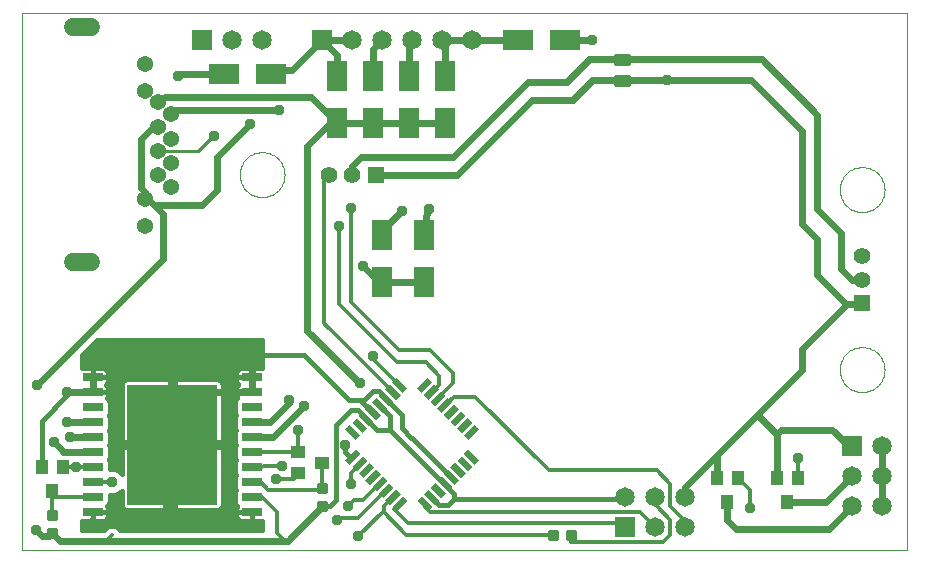
<source format=gtl>
G75*
%MOIN*%
%OFA0B0*%
%FSLAX24Y24*%
%IPPOS*%
%LPD*%
%AMOC8*
5,1,8,0,0,1.08239X$1,22.5*
%
%ADD10C,0.0000*%
%ADD11R,0.0555X0.0555*%
%ADD12C,0.0560*%
%ADD13R,0.0450X0.0400*%
%ADD14R,0.0400X0.0450*%
%ADD15R,0.0500X0.0220*%
%ADD16R,0.0220X0.0500*%
%ADD17C,0.0088*%
%ADD18C,0.0591*%
%ADD19C,0.0540*%
%ADD20C,0.0100*%
%ADD21R,0.0650X0.0250*%
%ADD22R,0.3000X0.4000*%
%ADD23R,0.0650X0.0650*%
%ADD24C,0.0650*%
%ADD25R,0.0669X0.0984*%
%ADD26R,0.0984X0.0669*%
%ADD27C,0.0240*%
%ADD28C,0.0370*%
%ADD29C,0.0120*%
%ADD30C,0.0160*%
D10*
X002304Y000981D02*
X002304Y018851D01*
X031796Y018851D01*
X031796Y000981D01*
X002304Y000981D01*
X009557Y013481D02*
X009559Y013536D01*
X009565Y013590D01*
X009575Y013643D01*
X009589Y013696D01*
X009606Y013748D01*
X009628Y013798D01*
X009653Y013847D01*
X009681Y013893D01*
X009713Y013938D01*
X009748Y013979D01*
X009786Y014019D01*
X009826Y014055D01*
X009869Y014089D01*
X009915Y014119D01*
X009962Y014145D01*
X010012Y014168D01*
X010063Y014188D01*
X010115Y014204D01*
X010168Y014216D01*
X010222Y014224D01*
X010277Y014228D01*
X010331Y014228D01*
X010386Y014224D01*
X010440Y014216D01*
X010493Y014204D01*
X010545Y014188D01*
X010596Y014168D01*
X010646Y014145D01*
X010693Y014119D01*
X010739Y014089D01*
X010782Y014055D01*
X010822Y014019D01*
X010860Y013979D01*
X010895Y013938D01*
X010927Y013893D01*
X010955Y013847D01*
X010980Y013798D01*
X011002Y013748D01*
X011019Y013696D01*
X011033Y013643D01*
X011043Y013590D01*
X011049Y013536D01*
X011051Y013481D01*
X011049Y013426D01*
X011043Y013372D01*
X011033Y013319D01*
X011019Y013266D01*
X011002Y013214D01*
X010980Y013164D01*
X010955Y013115D01*
X010927Y013069D01*
X010895Y013024D01*
X010860Y012983D01*
X010822Y012943D01*
X010782Y012907D01*
X010739Y012873D01*
X010693Y012843D01*
X010646Y012817D01*
X010596Y012794D01*
X010545Y012774D01*
X010493Y012758D01*
X010440Y012746D01*
X010386Y012738D01*
X010331Y012734D01*
X010277Y012734D01*
X010222Y012738D01*
X010168Y012746D01*
X010115Y012758D01*
X010063Y012774D01*
X010012Y012794D01*
X009962Y012817D01*
X009915Y012843D01*
X009869Y012873D01*
X009826Y012907D01*
X009786Y012943D01*
X009748Y012983D01*
X009713Y013024D01*
X009681Y013069D01*
X009653Y013115D01*
X009628Y013164D01*
X009606Y013214D01*
X009589Y013266D01*
X009575Y013319D01*
X009565Y013372D01*
X009559Y013426D01*
X009557Y013481D01*
X029557Y012981D02*
X029559Y013036D01*
X029565Y013090D01*
X029575Y013143D01*
X029589Y013196D01*
X029606Y013248D01*
X029628Y013298D01*
X029653Y013347D01*
X029681Y013393D01*
X029713Y013438D01*
X029748Y013479D01*
X029786Y013519D01*
X029826Y013555D01*
X029869Y013589D01*
X029915Y013619D01*
X029962Y013645D01*
X030012Y013668D01*
X030063Y013688D01*
X030115Y013704D01*
X030168Y013716D01*
X030222Y013724D01*
X030277Y013728D01*
X030331Y013728D01*
X030386Y013724D01*
X030440Y013716D01*
X030493Y013704D01*
X030545Y013688D01*
X030596Y013668D01*
X030646Y013645D01*
X030693Y013619D01*
X030739Y013589D01*
X030782Y013555D01*
X030822Y013519D01*
X030860Y013479D01*
X030895Y013438D01*
X030927Y013393D01*
X030955Y013347D01*
X030980Y013298D01*
X031002Y013248D01*
X031019Y013196D01*
X031033Y013143D01*
X031043Y013090D01*
X031049Y013036D01*
X031051Y012981D01*
X031049Y012926D01*
X031043Y012872D01*
X031033Y012819D01*
X031019Y012766D01*
X031002Y012714D01*
X030980Y012664D01*
X030955Y012615D01*
X030927Y012569D01*
X030895Y012524D01*
X030860Y012483D01*
X030822Y012443D01*
X030782Y012407D01*
X030739Y012373D01*
X030693Y012343D01*
X030646Y012317D01*
X030596Y012294D01*
X030545Y012274D01*
X030493Y012258D01*
X030440Y012246D01*
X030386Y012238D01*
X030331Y012234D01*
X030277Y012234D01*
X030222Y012238D01*
X030168Y012246D01*
X030115Y012258D01*
X030063Y012274D01*
X030012Y012294D01*
X029962Y012317D01*
X029915Y012343D01*
X029869Y012373D01*
X029826Y012407D01*
X029786Y012443D01*
X029748Y012483D01*
X029713Y012524D01*
X029681Y012569D01*
X029653Y012615D01*
X029628Y012664D01*
X029606Y012714D01*
X029589Y012766D01*
X029575Y012819D01*
X029565Y012872D01*
X029559Y012926D01*
X029557Y012981D01*
X029557Y006981D02*
X029559Y007036D01*
X029565Y007090D01*
X029575Y007143D01*
X029589Y007196D01*
X029606Y007248D01*
X029628Y007298D01*
X029653Y007347D01*
X029681Y007393D01*
X029713Y007438D01*
X029748Y007479D01*
X029786Y007519D01*
X029826Y007555D01*
X029869Y007589D01*
X029915Y007619D01*
X029962Y007645D01*
X030012Y007668D01*
X030063Y007688D01*
X030115Y007704D01*
X030168Y007716D01*
X030222Y007724D01*
X030277Y007728D01*
X030331Y007728D01*
X030386Y007724D01*
X030440Y007716D01*
X030493Y007704D01*
X030545Y007688D01*
X030596Y007668D01*
X030646Y007645D01*
X030693Y007619D01*
X030739Y007589D01*
X030782Y007555D01*
X030822Y007519D01*
X030860Y007479D01*
X030895Y007438D01*
X030927Y007393D01*
X030955Y007347D01*
X030980Y007298D01*
X031002Y007248D01*
X031019Y007196D01*
X031033Y007143D01*
X031043Y007090D01*
X031049Y007036D01*
X031051Y006981D01*
X031049Y006926D01*
X031043Y006872D01*
X031033Y006819D01*
X031019Y006766D01*
X031002Y006714D01*
X030980Y006664D01*
X030955Y006615D01*
X030927Y006569D01*
X030895Y006524D01*
X030860Y006483D01*
X030822Y006443D01*
X030782Y006407D01*
X030739Y006373D01*
X030693Y006343D01*
X030646Y006317D01*
X030596Y006294D01*
X030545Y006274D01*
X030493Y006258D01*
X030440Y006246D01*
X030386Y006238D01*
X030331Y006234D01*
X030277Y006234D01*
X030222Y006238D01*
X030168Y006246D01*
X030115Y006258D01*
X030063Y006274D01*
X030012Y006294D01*
X029962Y006317D01*
X029915Y006343D01*
X029869Y006373D01*
X029826Y006407D01*
X029786Y006443D01*
X029748Y006483D01*
X029713Y006524D01*
X029681Y006569D01*
X029653Y006615D01*
X029628Y006664D01*
X029606Y006714D01*
X029589Y006766D01*
X029575Y006819D01*
X029565Y006872D01*
X029559Y006926D01*
X029557Y006981D01*
D11*
X030304Y009194D03*
X014091Y013481D03*
D12*
X013304Y013481D03*
X012517Y013481D03*
X030304Y010768D03*
X030304Y009981D03*
D13*
X012304Y003881D03*
X011504Y004231D03*
X011504Y003531D03*
D14*
X003654Y003731D03*
X002954Y003731D03*
X003304Y002931D03*
X025454Y003381D03*
X026154Y003381D03*
X025804Y002581D03*
X027454Y003381D03*
X028154Y003381D03*
X027804Y002581D03*
D15*
G36*
X017376Y003811D02*
X017024Y004163D01*
X017180Y004319D01*
X017532Y003967D01*
X017376Y003811D01*
G37*
G36*
X017154Y003589D02*
X016802Y003941D01*
X016958Y004097D01*
X017310Y003745D01*
X017154Y003589D01*
G37*
G36*
X016931Y003366D02*
X016579Y003718D01*
X016735Y003874D01*
X017087Y003522D01*
X016931Y003366D01*
G37*
G36*
X016708Y003143D02*
X016356Y003495D01*
X016512Y003651D01*
X016864Y003299D01*
X016708Y003143D01*
G37*
G36*
X016486Y002921D02*
X016134Y003273D01*
X016290Y003429D01*
X016642Y003077D01*
X016486Y002921D01*
G37*
G36*
X016263Y002698D02*
X015911Y003050D01*
X016067Y003206D01*
X016419Y002854D01*
X016263Y002698D01*
G37*
G36*
X016040Y002475D02*
X015688Y002827D01*
X015844Y002983D01*
X016196Y002631D01*
X016040Y002475D01*
G37*
G36*
X015818Y002252D02*
X015466Y002604D01*
X015622Y002760D01*
X015974Y002408D01*
X015818Y002252D01*
G37*
G36*
X013427Y004642D02*
X013075Y004994D01*
X013231Y005150D01*
X013583Y004798D01*
X013427Y004642D01*
G37*
G36*
X013650Y004865D02*
X013298Y005217D01*
X013454Y005373D01*
X013806Y005021D01*
X013650Y004865D01*
G37*
G36*
X013873Y005088D02*
X013521Y005440D01*
X013677Y005596D01*
X014029Y005244D01*
X013873Y005088D01*
G37*
G36*
X014096Y005311D02*
X013744Y005663D01*
X013900Y005819D01*
X014252Y005467D01*
X014096Y005311D01*
G37*
G36*
X014318Y005533D02*
X013966Y005885D01*
X014122Y006041D01*
X014474Y005689D01*
X014318Y005533D01*
G37*
G36*
X014541Y005756D02*
X014189Y006108D01*
X014345Y006264D01*
X014697Y005912D01*
X014541Y005756D01*
G37*
G36*
X014764Y005979D02*
X014412Y006331D01*
X014568Y006487D01*
X014920Y006135D01*
X014764Y005979D01*
G37*
G36*
X014986Y006201D02*
X014634Y006553D01*
X014790Y006709D01*
X015142Y006357D01*
X014986Y006201D01*
G37*
D16*
G36*
X015622Y006201D02*
X015466Y006357D01*
X015818Y006709D01*
X015974Y006553D01*
X015622Y006201D01*
G37*
G36*
X015844Y005979D02*
X015688Y006135D01*
X016040Y006487D01*
X016196Y006331D01*
X015844Y005979D01*
G37*
G36*
X016067Y005756D02*
X015911Y005912D01*
X016263Y006264D01*
X016419Y006108D01*
X016067Y005756D01*
G37*
G36*
X016290Y005533D02*
X016134Y005689D01*
X016486Y006041D01*
X016642Y005885D01*
X016290Y005533D01*
G37*
G36*
X016512Y005311D02*
X016356Y005467D01*
X016708Y005819D01*
X016864Y005663D01*
X016512Y005311D01*
G37*
G36*
X016735Y005088D02*
X016579Y005244D01*
X016931Y005596D01*
X017087Y005440D01*
X016735Y005088D01*
G37*
G36*
X016958Y004865D02*
X016802Y005021D01*
X017154Y005373D01*
X017310Y005217D01*
X016958Y004865D01*
G37*
G36*
X017180Y004642D02*
X017024Y004798D01*
X017376Y005150D01*
X017532Y004994D01*
X017180Y004642D01*
G37*
G36*
X014345Y002698D02*
X014189Y002854D01*
X014541Y003206D01*
X014697Y003050D01*
X014345Y002698D01*
G37*
G36*
X014568Y002475D02*
X014412Y002631D01*
X014764Y002983D01*
X014920Y002827D01*
X014568Y002475D01*
G37*
G36*
X014790Y002252D02*
X014634Y002408D01*
X014986Y002760D01*
X015142Y002604D01*
X014790Y002252D01*
G37*
G36*
X014122Y002921D02*
X013966Y003077D01*
X014318Y003429D01*
X014474Y003273D01*
X014122Y002921D01*
G37*
G36*
X013900Y003143D02*
X013744Y003299D01*
X014096Y003651D01*
X014252Y003495D01*
X013900Y003143D01*
G37*
G36*
X013677Y003366D02*
X013521Y003522D01*
X013873Y003874D01*
X014029Y003718D01*
X013677Y003366D01*
G37*
G36*
X013454Y003589D02*
X013298Y003745D01*
X013650Y004097D01*
X013806Y003941D01*
X013454Y003589D01*
G37*
G36*
X013231Y003811D02*
X013075Y003967D01*
X013427Y004319D01*
X013583Y004163D01*
X013231Y003811D01*
G37*
D17*
X012435Y003162D02*
X012435Y002900D01*
X012173Y002900D01*
X012173Y003162D01*
X012435Y003162D01*
X012435Y002987D02*
X012173Y002987D01*
X012173Y003074D02*
X012435Y003074D01*
X012435Y003161D02*
X012173Y003161D01*
X012435Y002562D02*
X012435Y002300D01*
X012173Y002300D01*
X012173Y002562D01*
X012435Y002562D01*
X012435Y002387D02*
X012173Y002387D01*
X012173Y002474D02*
X012435Y002474D01*
X012435Y002561D02*
X012173Y002561D01*
X019873Y001612D02*
X020135Y001612D01*
X020135Y001350D01*
X019873Y001350D01*
X019873Y001612D01*
X019873Y001437D02*
X020135Y001437D01*
X020135Y001524D02*
X019873Y001524D01*
X019873Y001611D02*
X020135Y001611D01*
X020473Y001612D02*
X020735Y001612D01*
X020735Y001350D01*
X020473Y001350D01*
X020473Y001612D01*
X020473Y001437D02*
X020735Y001437D01*
X020735Y001524D02*
X020473Y001524D01*
X020473Y001611D02*
X020735Y001611D01*
X003435Y001662D02*
X003435Y001400D01*
X003173Y001400D01*
X003173Y001662D01*
X003435Y001662D01*
X003435Y001487D02*
X003173Y001487D01*
X003173Y001574D02*
X003435Y001574D01*
X003435Y001661D02*
X003173Y001661D01*
X003435Y002000D02*
X003435Y002262D01*
X003435Y002000D02*
X003173Y002000D01*
X003173Y002262D01*
X003435Y002262D01*
X003435Y002087D02*
X003173Y002087D01*
X003173Y002174D02*
X003435Y002174D01*
X003435Y002261D02*
X003173Y002261D01*
D18*
X004009Y010575D02*
X004599Y010575D01*
X004599Y018386D02*
X004009Y018386D01*
D19*
X006398Y017182D03*
X006398Y016280D03*
X006824Y015886D03*
X007257Y015485D03*
X006824Y015083D03*
X007257Y014682D03*
X006824Y014280D03*
X007257Y013879D03*
X006824Y013477D03*
X007257Y013075D03*
X006398Y012682D03*
X006398Y011780D03*
D20*
X006824Y014280D02*
X006824Y014281D01*
X008154Y014281D01*
X008654Y014781D01*
X008704Y014781D01*
X022529Y016481D02*
X022529Y016781D01*
X022529Y016481D02*
X022079Y016481D01*
X022079Y016781D01*
X022529Y016781D01*
X022529Y016580D02*
X022079Y016580D01*
X022079Y016679D02*
X022529Y016679D01*
X022529Y016778D02*
X022079Y016778D01*
X022529Y017181D02*
X022529Y017481D01*
X022529Y017181D02*
X022079Y017181D01*
X022079Y017481D01*
X022529Y017481D01*
X022529Y017280D02*
X022079Y017280D01*
X022079Y017379D02*
X022529Y017379D01*
X022529Y017478D02*
X022079Y017478D01*
D21*
X009954Y006731D03*
X009954Y006231D03*
X009954Y005731D03*
X009954Y005231D03*
X009954Y004731D03*
X009954Y004231D03*
X009954Y003731D03*
X009954Y003231D03*
X009954Y002731D03*
X009954Y002231D03*
X004654Y002231D03*
X004654Y002731D03*
X004654Y003231D03*
X004654Y003731D03*
X004654Y004231D03*
X004654Y004731D03*
X004654Y005231D03*
X004654Y005731D03*
X004654Y006231D03*
X004654Y006731D03*
D22*
X007304Y004481D03*
D23*
X022404Y001731D03*
X029954Y004431D03*
X012304Y017981D03*
X008304Y017981D03*
D24*
X009304Y017981D03*
X010304Y017981D03*
X013304Y017981D03*
X014304Y017981D03*
X015304Y017981D03*
X016304Y017981D03*
X017304Y017981D03*
X030954Y004431D03*
X030954Y003431D03*
X029954Y003431D03*
X029954Y002431D03*
X030954Y002431D03*
X024404Y002731D03*
X023404Y002731D03*
X022404Y002731D03*
X023404Y001731D03*
X024404Y001731D03*
D25*
X015704Y009894D03*
X014304Y009894D03*
X014304Y011468D03*
X015704Y011468D03*
X015204Y015194D03*
X016404Y015194D03*
X016404Y016768D03*
X015204Y016768D03*
X014004Y016768D03*
X012804Y016768D03*
X012804Y015194D03*
X014004Y015194D03*
D26*
X010591Y016831D03*
X009017Y016831D03*
X018817Y017981D03*
X020391Y017981D03*
D27*
X021304Y017981D01*
X021204Y017331D02*
X022304Y017331D01*
X026954Y017331D01*
X028804Y015481D01*
X028804Y012331D01*
X029604Y011531D01*
X029604Y010331D01*
X029954Y009981D01*
X030304Y009981D01*
X030304Y009194D02*
X030291Y009181D01*
X029804Y009181D01*
X028304Y007681D01*
X028304Y006981D01*
X026804Y005481D01*
X027454Y004831D01*
X027604Y004981D01*
X029304Y004981D01*
X029854Y004431D01*
X029954Y004431D01*
X030954Y004431D02*
X030954Y003431D01*
X030954Y002431D01*
X029954Y002431D02*
X029204Y001681D01*
X026104Y001681D01*
X025804Y001981D01*
X025804Y002581D01*
X025454Y003381D02*
X025454Y004131D01*
X026804Y005481D01*
X027454Y004831D02*
X027454Y003381D01*
X027804Y002581D02*
X029104Y002581D01*
X029954Y003431D01*
X025454Y004131D02*
X024404Y003081D01*
X024404Y002731D01*
X029754Y009181D02*
X028804Y010131D01*
X028804Y011331D01*
X028304Y011831D01*
X028304Y014931D01*
X026604Y016631D01*
X023804Y016631D01*
X022304Y016631D01*
X021304Y016631D01*
X020654Y015981D01*
X019304Y015981D01*
X016804Y013481D01*
X014091Y013481D01*
X013604Y014081D02*
X016654Y014081D01*
X019154Y016581D01*
X020454Y016581D01*
X021204Y017331D01*
X018817Y017981D02*
X017304Y017981D01*
X016304Y017981D01*
X016404Y017881D01*
X016404Y016768D01*
X015204Y016768D02*
X015204Y017881D01*
X015304Y017981D01*
X014304Y017981D02*
X014004Y017681D01*
X014004Y016768D01*
X012804Y016768D02*
X012804Y017481D01*
X012304Y017981D01*
X013304Y017981D01*
X012304Y017981D02*
X011304Y016981D01*
X010741Y016981D01*
X010591Y016831D01*
X011917Y016081D02*
X012804Y015194D01*
X014004Y015194D01*
X012567Y015194D01*
X011804Y014431D01*
X011804Y008281D01*
X013554Y006531D01*
X011704Y005781D02*
X010654Y004731D01*
X009954Y004731D01*
X009954Y005231D02*
X010554Y005231D01*
X011204Y005881D01*
X011204Y005981D01*
X009954Y006231D02*
X009954Y006731D01*
X009954Y007331D01*
X009804Y007481D01*
X009954Y006231D02*
X008654Y006231D01*
X007304Y004981D01*
X007304Y004481D01*
X004654Y004731D02*
X003904Y004731D01*
X003804Y005231D02*
X004654Y005231D01*
X003654Y004281D02*
X003354Y004581D01*
X003654Y004281D02*
X003654Y004231D01*
X004654Y004231D01*
X003004Y003781D02*
X002954Y003731D01*
X002754Y001631D02*
X002954Y001431D01*
X003204Y001431D01*
X003304Y001531D01*
X003554Y001281D01*
X005104Y001281D01*
X011054Y001281D01*
X011154Y001281D01*
X012304Y002431D01*
X004654Y006231D02*
X003804Y006231D01*
X004654Y006231D02*
X004654Y006731D01*
X002804Y006481D02*
X007004Y010681D01*
X007004Y012181D01*
X006704Y012481D01*
X008304Y012481D01*
X008804Y012981D01*
X008804Y014081D01*
X009904Y015181D01*
X010854Y015631D02*
X007403Y015631D01*
X007257Y015485D01*
X006859Y015886D02*
X007054Y016081D01*
X011917Y016081D01*
X014004Y015194D02*
X015204Y015194D01*
X016404Y015194D01*
X013604Y014081D02*
X013304Y013781D01*
X013304Y013481D01*
X014954Y012281D02*
X014441Y011768D01*
X014304Y011468D01*
X013654Y010431D02*
X013891Y010194D01*
X014304Y009894D01*
X015704Y009894D01*
X015704Y011468D02*
X015804Y012281D01*
X015854Y012331D01*
X009017Y016831D02*
X007554Y016831D01*
X007504Y016781D01*
X006859Y015886D02*
X006824Y015886D01*
X006824Y015083D02*
X006821Y015081D01*
X006654Y015081D01*
X006254Y014681D01*
X006254Y013031D01*
X006398Y012886D01*
X006398Y012682D01*
X006503Y012682D02*
X006704Y012481D01*
X029754Y009181D02*
X029804Y009181D01*
D28*
X028154Y004031D03*
X026554Y002381D03*
X014004Y007431D03*
X013554Y006531D03*
X011704Y005781D03*
X011204Y005981D03*
X011504Y004981D03*
X013054Y004481D03*
X013254Y003181D03*
X013154Y002431D03*
X012804Y001981D03*
X013504Y001431D03*
X010754Y003331D03*
X010954Y003781D03*
X007054Y002081D03*
X005304Y003231D03*
X004104Y003731D03*
X003354Y004581D03*
X003904Y004731D03*
X003804Y005231D03*
X003804Y006231D03*
X002804Y006481D03*
X009804Y007481D03*
X013654Y010431D03*
X012854Y011781D03*
X013254Y012381D03*
X014954Y012281D03*
X015854Y012331D03*
X010854Y015631D03*
X009904Y015181D03*
X008704Y014781D03*
X007504Y016781D03*
X021304Y017981D03*
X023804Y016631D03*
X004654Y001881D03*
X002754Y001631D03*
D29*
X003304Y002131D02*
X003304Y002531D01*
X003304Y002731D01*
X004654Y002731D01*
X004654Y002231D02*
X004654Y001881D01*
X005104Y001281D02*
X005304Y001481D01*
X007054Y002081D02*
X007204Y002231D01*
X009954Y002231D01*
X009954Y002731D02*
X010304Y002731D01*
X010804Y002231D01*
X010804Y001531D01*
X011054Y001281D01*
X012804Y001981D02*
X012954Y002031D01*
X013504Y002031D01*
X014425Y002952D01*
X014443Y002952D01*
X014220Y003175D02*
X014170Y003147D01*
X013654Y002631D01*
X013354Y002631D01*
X013154Y002431D01*
X012304Y003031D02*
X012154Y002981D01*
X010504Y002981D01*
X010254Y003231D01*
X009954Y003231D01*
X010754Y003331D02*
X011354Y003331D01*
X011504Y003531D01*
X010954Y003781D02*
X010354Y003781D01*
X010304Y003731D01*
X009954Y003731D01*
X009954Y004231D02*
X011504Y004231D01*
X011504Y004981D01*
X012304Y003881D02*
X012304Y003031D01*
X013254Y003181D02*
X013254Y003531D01*
X013552Y003829D01*
X013552Y003843D01*
X014652Y002729D02*
X014354Y002431D01*
X014354Y002281D01*
X013504Y001431D01*
X014354Y002231D02*
X015104Y001481D01*
X020004Y001481D01*
X020604Y001481D02*
X020604Y001231D01*
X023654Y001231D01*
X023904Y001481D01*
X023904Y001981D01*
X023454Y002431D01*
X023454Y002681D01*
X023404Y002731D01*
X023904Y002431D02*
X023904Y003181D01*
X023454Y003631D01*
X019854Y003631D01*
X017404Y006081D01*
X016704Y006081D01*
X016410Y005787D01*
X016388Y005787D01*
X016165Y006010D02*
X016165Y006042D01*
X016654Y006531D01*
X016654Y006881D01*
X015904Y007631D01*
X014854Y007631D01*
X013254Y009231D01*
X013254Y012381D01*
X012854Y011781D02*
X012854Y009181D01*
X014804Y007231D01*
X015754Y007231D01*
X016204Y006781D01*
X016204Y006481D01*
X015956Y006233D01*
X015942Y006233D01*
X014888Y006455D02*
X014879Y006455D01*
X014054Y007281D01*
X014004Y007431D01*
X014666Y006233D02*
X012517Y008382D01*
X012503Y008382D01*
X012354Y008531D01*
X012354Y013318D01*
X012517Y013481D01*
X006826Y015081D02*
X006824Y015083D01*
X006503Y012682D02*
X006398Y012682D01*
X007304Y004481D02*
X007304Y002331D01*
X007054Y002081D01*
X005304Y003231D02*
X004654Y003231D01*
X004654Y003731D02*
X004104Y003731D01*
X003654Y003731D01*
X003304Y002931D02*
X003304Y002731D01*
X014354Y002281D02*
X014354Y002231D01*
X014704Y002331D02*
X015154Y001881D01*
X022254Y001881D01*
X022904Y002231D02*
X023404Y001731D01*
X022904Y002231D02*
X015904Y002231D01*
X015720Y002415D01*
X015720Y002506D01*
X014888Y002506D02*
X014879Y002506D01*
X014704Y002331D01*
X014666Y002729D02*
X014652Y002729D01*
X016610Y003397D02*
X016638Y003397D01*
X023904Y002431D02*
X024404Y001931D01*
X024404Y001731D01*
X026554Y002381D02*
X026554Y002981D01*
X026154Y003381D01*
X028154Y003381D02*
X028154Y004031D01*
D30*
X022404Y002731D02*
X022354Y002681D01*
X016704Y002681D01*
X016504Y002481D01*
X016190Y002481D01*
X015942Y002729D01*
X016360Y003175D02*
X014554Y004981D01*
X014554Y005431D01*
X014198Y005787D01*
X014220Y005787D01*
X014443Y005992D02*
X014443Y006010D01*
X014443Y006042D01*
X014204Y006281D01*
X014004Y006281D01*
X013704Y005981D01*
X013581Y005981D01*
X013204Y005981D01*
X011704Y007481D01*
X009804Y007481D01*
X009954Y007036D02*
X009605Y007036D01*
X009560Y007024D01*
X009518Y007000D01*
X009485Y006966D01*
X009461Y006925D01*
X009449Y006880D01*
X009449Y006731D01*
X009954Y006731D01*
X009954Y006731D01*
X009954Y007036D01*
X010303Y007036D01*
X010304Y007036D01*
X010304Y007981D01*
X004813Y007981D01*
X004304Y007472D01*
X004304Y007036D01*
X004305Y007036D01*
X004654Y007036D01*
X004654Y006731D01*
X004654Y006731D01*
X004654Y007036D01*
X005003Y007036D01*
X005048Y007024D01*
X005090Y007000D01*
X005123Y006966D01*
X005147Y006925D01*
X005159Y006880D01*
X005159Y006731D01*
X004654Y006731D01*
X004654Y006731D01*
X005159Y006731D01*
X005159Y006582D01*
X005147Y006536D01*
X005123Y006495D01*
X005109Y006481D01*
X005123Y006466D01*
X005147Y006425D01*
X005159Y006380D01*
X005159Y006231D01*
X004654Y006231D01*
X004654Y006231D01*
X004654Y006731D01*
X004654Y006731D01*
X004654Y006536D01*
X004654Y006231D01*
X004654Y006231D01*
X005159Y006231D01*
X005159Y006082D01*
X005147Y006036D01*
X005143Y006031D01*
X005182Y005992D01*
X005219Y005904D01*
X005219Y005558D01*
X005187Y005481D01*
X005219Y005404D01*
X005219Y005058D01*
X005187Y004981D01*
X005219Y004904D01*
X005219Y004558D01*
X005187Y004481D01*
X005219Y004404D01*
X005219Y004058D01*
X005187Y003981D01*
X005219Y003904D01*
X005219Y003656D01*
X005219Y003656D01*
X005389Y003656D01*
X005545Y003591D01*
X005624Y003512D01*
X005624Y004401D01*
X007224Y004401D01*
X007224Y004561D01*
X007224Y006661D01*
X005780Y006661D01*
X005735Y006649D01*
X005693Y006625D01*
X005660Y006591D01*
X005636Y006550D01*
X005624Y006505D01*
X005624Y004561D01*
X007224Y004561D01*
X007384Y004561D01*
X007384Y006661D01*
X008828Y006661D01*
X008873Y006649D01*
X008915Y006625D01*
X008948Y006591D01*
X008972Y006550D01*
X008984Y006505D01*
X008984Y004561D01*
X007384Y004561D01*
X007384Y004401D01*
X008984Y004401D01*
X008984Y002457D01*
X008972Y002411D01*
X008948Y002370D01*
X008915Y002337D01*
X008873Y002313D01*
X008828Y002301D01*
X007384Y002301D01*
X007384Y004401D01*
X007224Y004401D01*
X007224Y002301D01*
X005780Y002301D01*
X005735Y002313D01*
X005693Y002337D01*
X005660Y002370D01*
X005636Y002411D01*
X005624Y002457D01*
X005624Y002950D01*
X005545Y002871D01*
X005389Y002806D01*
X005219Y002806D01*
X005219Y002806D01*
X005219Y002558D01*
X005182Y002470D01*
X005143Y002431D01*
X005147Y002425D01*
X005159Y002380D01*
X005159Y002231D01*
X004654Y002231D01*
X004654Y002231D01*
X005159Y002231D01*
X005159Y002082D01*
X005147Y002036D01*
X005123Y001995D01*
X005090Y001962D01*
X005048Y001938D01*
X005003Y001926D01*
X004654Y001926D01*
X004654Y002231D01*
X004654Y002231D01*
X004654Y001926D01*
X004305Y001926D01*
X004304Y001926D01*
X004304Y001641D01*
X005040Y001641D01*
X005134Y001735D01*
X005244Y001781D01*
X005364Y001781D01*
X005474Y001735D01*
X005558Y001651D01*
X005562Y001641D01*
X010304Y001641D01*
X010304Y001926D01*
X010303Y001926D01*
X009954Y001926D01*
X009954Y002231D01*
X009954Y002231D01*
X009449Y002231D01*
X009449Y002380D01*
X009461Y002425D01*
X009464Y002431D01*
X009426Y002470D01*
X009389Y002558D01*
X009389Y002904D01*
X009421Y002981D01*
X009389Y003058D01*
X009389Y003404D01*
X009421Y003481D01*
X009389Y003558D01*
X009389Y003904D01*
X009421Y003981D01*
X009389Y004058D01*
X009389Y004404D01*
X009421Y004481D01*
X009389Y004558D01*
X009389Y004904D01*
X009421Y004981D01*
X009389Y005058D01*
X009389Y005404D01*
X009421Y005481D01*
X009389Y005558D01*
X009389Y005904D01*
X009426Y005992D01*
X009464Y006031D01*
X009461Y006036D01*
X009449Y006082D01*
X009449Y006231D01*
X009954Y006231D01*
X009954Y006231D01*
X009954Y006426D01*
X009954Y006731D01*
X009954Y007036D01*
X009954Y007004D02*
X009954Y007004D01*
X009954Y006845D02*
X009954Y006845D01*
X009954Y006731D02*
X009954Y006731D01*
X009449Y006731D01*
X009449Y006582D01*
X009461Y006536D01*
X009485Y006495D01*
X009499Y006481D01*
X009485Y006466D01*
X009461Y006425D01*
X009449Y006380D01*
X009449Y006231D01*
X009954Y006231D01*
X009954Y006731D01*
X009954Y006731D01*
X009954Y006687D02*
X009954Y006687D01*
X009954Y006528D02*
X009954Y006528D01*
X009954Y006370D02*
X009954Y006370D01*
X009954Y006231D02*
X009954Y006231D01*
X009449Y006211D02*
X008984Y006211D01*
X008984Y006053D02*
X009457Y006053D01*
X009389Y005894D02*
X008984Y005894D01*
X008984Y005736D02*
X009389Y005736D01*
X009389Y005577D02*
X008984Y005577D01*
X008984Y005419D02*
X009395Y005419D01*
X009389Y005260D02*
X008984Y005260D01*
X008984Y005102D02*
X009389Y005102D01*
X009405Y004943D02*
X008984Y004943D01*
X008984Y004785D02*
X009389Y004785D01*
X009389Y004626D02*
X008984Y004626D01*
X008984Y004309D02*
X009389Y004309D01*
X009389Y004151D02*
X008984Y004151D01*
X008984Y003992D02*
X009416Y003992D01*
X009389Y003834D02*
X008984Y003834D01*
X008984Y003675D02*
X009389Y003675D01*
X009406Y003517D02*
X008984Y003517D01*
X008984Y003358D02*
X009389Y003358D01*
X009389Y003200D02*
X008984Y003200D01*
X008984Y003041D02*
X009396Y003041D01*
X009389Y002883D02*
X008984Y002883D01*
X008984Y002724D02*
X009389Y002724D01*
X009389Y002566D02*
X008984Y002566D01*
X008969Y002407D02*
X009456Y002407D01*
X009449Y002249D02*
X005159Y002249D01*
X005152Y002407D02*
X005639Y002407D01*
X005624Y002566D02*
X005219Y002566D01*
X005219Y002724D02*
X005624Y002724D01*
X005624Y002883D02*
X005557Y002883D01*
X006304Y003481D02*
X007054Y002731D01*
X007054Y002081D01*
X007224Y002407D02*
X007384Y002407D01*
X007384Y002566D02*
X007224Y002566D01*
X007224Y002724D02*
X007384Y002724D01*
X007384Y002883D02*
X007224Y002883D01*
X007224Y003041D02*
X007384Y003041D01*
X007384Y003200D02*
X007224Y003200D01*
X007224Y003358D02*
X007384Y003358D01*
X007384Y003517D02*
X007224Y003517D01*
X007224Y003675D02*
X007384Y003675D01*
X007384Y003834D02*
X007224Y003834D01*
X007224Y003992D02*
X007384Y003992D01*
X007384Y004151D02*
X007224Y004151D01*
X007224Y004309D02*
X007384Y004309D01*
X007384Y004468D02*
X009416Y004468D01*
X007384Y004626D02*
X007224Y004626D01*
X007224Y004468D02*
X005192Y004468D01*
X005219Y004626D02*
X005624Y004626D01*
X005624Y004785D02*
X005219Y004785D01*
X005203Y004943D02*
X005624Y004943D01*
X005624Y005102D02*
X005219Y005102D01*
X005219Y005260D02*
X005624Y005260D01*
X005624Y005419D02*
X005213Y005419D01*
X005219Y005577D02*
X005624Y005577D01*
X005624Y005736D02*
X005219Y005736D01*
X005219Y005894D02*
X005624Y005894D01*
X005624Y006053D02*
X005151Y006053D01*
X005159Y006211D02*
X005624Y006211D01*
X005624Y006370D02*
X005159Y006370D01*
X005142Y006528D02*
X005630Y006528D01*
X005159Y006687D02*
X009449Y006687D01*
X009449Y006845D02*
X005159Y006845D01*
X005083Y007004D02*
X009525Y007004D01*
X009466Y006528D02*
X008978Y006528D01*
X008984Y006370D02*
X009449Y006370D01*
X010304Y007162D02*
X004304Y007162D01*
X004304Y007321D02*
X010304Y007321D01*
X010304Y007479D02*
X004312Y007479D01*
X004470Y007638D02*
X010304Y007638D01*
X010304Y007796D02*
X004629Y007796D01*
X004787Y007955D02*
X010304Y007955D01*
X007384Y006528D02*
X007224Y006528D01*
X007224Y006370D02*
X007384Y006370D01*
X007384Y006211D02*
X007224Y006211D01*
X007224Y006053D02*
X007384Y006053D01*
X007384Y005894D02*
X007224Y005894D01*
X007224Y005736D02*
X007384Y005736D01*
X007384Y005577D02*
X007224Y005577D01*
X007224Y005419D02*
X007384Y005419D01*
X007384Y005260D02*
X007224Y005260D01*
X007224Y005102D02*
X007384Y005102D01*
X007384Y004943D02*
X007224Y004943D01*
X007224Y004785D02*
X007384Y004785D01*
X005624Y004309D02*
X005219Y004309D01*
X005219Y004151D02*
X005624Y004151D01*
X005624Y003992D02*
X005192Y003992D01*
X005219Y003834D02*
X005624Y003834D01*
X005624Y003675D02*
X005219Y003675D01*
X005619Y003517D02*
X005624Y003517D01*
X005159Y002090D02*
X009449Y002090D01*
X009449Y002082D02*
X009461Y002036D01*
X009485Y001995D01*
X009518Y001962D01*
X009560Y001938D01*
X009605Y001926D01*
X009954Y001926D01*
X009954Y002231D01*
X009449Y002231D01*
X009449Y002082D01*
X009583Y001932D02*
X005025Y001932D01*
X005226Y001773D02*
X004304Y001773D01*
X004654Y001932D02*
X004654Y001932D01*
X004654Y002090D02*
X004654Y002090D01*
X005382Y001773D02*
X010304Y001773D01*
X009954Y001932D02*
X009954Y001932D01*
X009954Y002090D02*
X009954Y002090D01*
X009954Y002231D02*
X009954Y002231D01*
X012304Y002431D02*
X012554Y002431D01*
X012754Y002631D01*
X012754Y005131D01*
X013254Y005631D01*
X013486Y005631D01*
X013775Y005342D01*
X014136Y004981D01*
X014554Y004981D01*
X014954Y005031D02*
X014954Y005481D01*
X014443Y005992D01*
X014443Y006010D02*
X014475Y006010D01*
X013998Y005565D02*
X013581Y005981D01*
X013970Y005565D02*
X013998Y005565D01*
X014954Y005031D02*
X015281Y004704D01*
X015304Y004704D01*
X016610Y003397D01*
X016388Y003175D02*
X016388Y003147D01*
X016704Y002831D01*
X016704Y002681D01*
X016388Y003175D02*
X016360Y003175D01*
X013329Y004065D02*
X013220Y004065D01*
X013054Y004231D01*
X013054Y004481D01*
X012354Y002481D02*
X012304Y002431D01*
X004654Y006370D02*
X004654Y006370D01*
X004654Y006528D02*
X004654Y006528D01*
X004654Y006687D02*
X004654Y006687D01*
X004654Y006845D02*
X004654Y006845D01*
X004654Y007004D02*
X004654Y007004D01*
X003804Y006231D02*
X003804Y006131D01*
X002954Y005281D01*
X002954Y003731D01*
X022254Y001881D02*
X022404Y001731D01*
M02*

</source>
